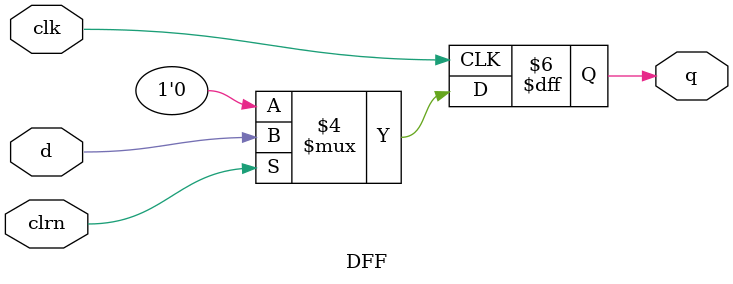
<source format=v>
module DFF(   input d,
              input clk,
              input clrn,
              output reg q);
    always@(posedge clk)
    begin
      if (clrn == 1'b0) q <= 0;
      else q <= d;
    end
endmodule
</source>
